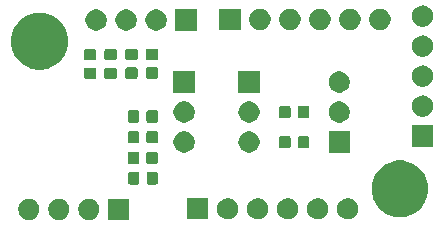
<source format=gbs>
G04 #@! TF.GenerationSoftware,KiCad,Pcbnew,5.1.5+dfsg1-2build2*
G04 #@! TF.CreationDate,2023-02-26T20:32:14+01:00*
G04 #@! TF.ProjectId,EcoApi_BeeHiveSensor,45636f41-7069-45f4-9265-654869766553,rev?*
G04 #@! TF.SameCoordinates,Original*
G04 #@! TF.FileFunction,Soldermask,Bot*
G04 #@! TF.FilePolarity,Negative*
%FSLAX46Y46*%
G04 Gerber Fmt 4.6, Leading zero omitted, Abs format (unit mm)*
G04 Created by KiCad (PCBNEW 5.1.5+dfsg1-2build2) date 2023-02-26 20:32:14*
%MOMM*%
%LPD*%
G04 APERTURE LIST*
%ADD10C,0.100000*%
G04 APERTURE END LIST*
D10*
G36*
X161711000Y-98951000D02*
G01*
X159909000Y-98951000D01*
X159909000Y-97149000D01*
X161711000Y-97149000D01*
X161711000Y-98951000D01*
G37*
G36*
X158383512Y-97153927D02*
G01*
X158532812Y-97183624D01*
X158696784Y-97251544D01*
X158844354Y-97350147D01*
X158969853Y-97475646D01*
X159068456Y-97623216D01*
X159136376Y-97787188D01*
X159171000Y-97961259D01*
X159171000Y-98138741D01*
X159136376Y-98312812D01*
X159068456Y-98476784D01*
X158969853Y-98624354D01*
X158844354Y-98749853D01*
X158696784Y-98848456D01*
X158532812Y-98916376D01*
X158383512Y-98946073D01*
X158358742Y-98951000D01*
X158181258Y-98951000D01*
X158156488Y-98946073D01*
X158007188Y-98916376D01*
X157843216Y-98848456D01*
X157695646Y-98749853D01*
X157570147Y-98624354D01*
X157471544Y-98476784D01*
X157403624Y-98312812D01*
X157369000Y-98138741D01*
X157369000Y-97961259D01*
X157403624Y-97787188D01*
X157471544Y-97623216D01*
X157570147Y-97475646D01*
X157695646Y-97350147D01*
X157843216Y-97251544D01*
X158007188Y-97183624D01*
X158156488Y-97153927D01*
X158181258Y-97149000D01*
X158358742Y-97149000D01*
X158383512Y-97153927D01*
G37*
G36*
X153303512Y-97153927D02*
G01*
X153452812Y-97183624D01*
X153616784Y-97251544D01*
X153764354Y-97350147D01*
X153889853Y-97475646D01*
X153988456Y-97623216D01*
X154056376Y-97787188D01*
X154091000Y-97961259D01*
X154091000Y-98138741D01*
X154056376Y-98312812D01*
X153988456Y-98476784D01*
X153889853Y-98624354D01*
X153764354Y-98749853D01*
X153616784Y-98848456D01*
X153452812Y-98916376D01*
X153303512Y-98946073D01*
X153278742Y-98951000D01*
X153101258Y-98951000D01*
X153076488Y-98946073D01*
X152927188Y-98916376D01*
X152763216Y-98848456D01*
X152615646Y-98749853D01*
X152490147Y-98624354D01*
X152391544Y-98476784D01*
X152323624Y-98312812D01*
X152289000Y-98138741D01*
X152289000Y-97961259D01*
X152323624Y-97787188D01*
X152391544Y-97623216D01*
X152490147Y-97475646D01*
X152615646Y-97350147D01*
X152763216Y-97251544D01*
X152927188Y-97183624D01*
X153076488Y-97153927D01*
X153101258Y-97149000D01*
X153278742Y-97149000D01*
X153303512Y-97153927D01*
G37*
G36*
X155843512Y-97153927D02*
G01*
X155992812Y-97183624D01*
X156156784Y-97251544D01*
X156304354Y-97350147D01*
X156429853Y-97475646D01*
X156528456Y-97623216D01*
X156596376Y-97787188D01*
X156631000Y-97961259D01*
X156631000Y-98138741D01*
X156596376Y-98312812D01*
X156528456Y-98476784D01*
X156429853Y-98624354D01*
X156304354Y-98749853D01*
X156156784Y-98848456D01*
X155992812Y-98916376D01*
X155843512Y-98946073D01*
X155818742Y-98951000D01*
X155641258Y-98951000D01*
X155616488Y-98946073D01*
X155467188Y-98916376D01*
X155303216Y-98848456D01*
X155155646Y-98749853D01*
X155030147Y-98624354D01*
X154931544Y-98476784D01*
X154863624Y-98312812D01*
X154829000Y-98138741D01*
X154829000Y-97961259D01*
X154863624Y-97787188D01*
X154931544Y-97623216D01*
X155030147Y-97475646D01*
X155155646Y-97350147D01*
X155303216Y-97251544D01*
X155467188Y-97183624D01*
X155616488Y-97153927D01*
X155641258Y-97149000D01*
X155818742Y-97149000D01*
X155843512Y-97153927D01*
G37*
G36*
X175223512Y-97103927D02*
G01*
X175372812Y-97133624D01*
X175536784Y-97201544D01*
X175684354Y-97300147D01*
X175809853Y-97425646D01*
X175908456Y-97573216D01*
X175976376Y-97737188D01*
X176011000Y-97911259D01*
X176011000Y-98088741D01*
X175976376Y-98262812D01*
X175908456Y-98426784D01*
X175809853Y-98574354D01*
X175684354Y-98699853D01*
X175536784Y-98798456D01*
X175372812Y-98866376D01*
X175223512Y-98896073D01*
X175198742Y-98901000D01*
X175021258Y-98901000D01*
X174996488Y-98896073D01*
X174847188Y-98866376D01*
X174683216Y-98798456D01*
X174535646Y-98699853D01*
X174410147Y-98574354D01*
X174311544Y-98426784D01*
X174243624Y-98262812D01*
X174209000Y-98088741D01*
X174209000Y-97911259D01*
X174243624Y-97737188D01*
X174311544Y-97573216D01*
X174410147Y-97425646D01*
X174535646Y-97300147D01*
X174683216Y-97201544D01*
X174847188Y-97133624D01*
X174996488Y-97103927D01*
X175021258Y-97099000D01*
X175198742Y-97099000D01*
X175223512Y-97103927D01*
G37*
G36*
X180303512Y-97103927D02*
G01*
X180452812Y-97133624D01*
X180616784Y-97201544D01*
X180764354Y-97300147D01*
X180889853Y-97425646D01*
X180988456Y-97573216D01*
X181056376Y-97737188D01*
X181091000Y-97911259D01*
X181091000Y-98088741D01*
X181056376Y-98262812D01*
X180988456Y-98426784D01*
X180889853Y-98574354D01*
X180764354Y-98699853D01*
X180616784Y-98798456D01*
X180452812Y-98866376D01*
X180303512Y-98896073D01*
X180278742Y-98901000D01*
X180101258Y-98901000D01*
X180076488Y-98896073D01*
X179927188Y-98866376D01*
X179763216Y-98798456D01*
X179615646Y-98699853D01*
X179490147Y-98574354D01*
X179391544Y-98426784D01*
X179323624Y-98262812D01*
X179289000Y-98088741D01*
X179289000Y-97911259D01*
X179323624Y-97737188D01*
X179391544Y-97573216D01*
X179490147Y-97425646D01*
X179615646Y-97300147D01*
X179763216Y-97201544D01*
X179927188Y-97133624D01*
X180076488Y-97103927D01*
X180101258Y-97099000D01*
X180278742Y-97099000D01*
X180303512Y-97103927D01*
G37*
G36*
X168391000Y-98901000D02*
G01*
X166589000Y-98901000D01*
X166589000Y-97099000D01*
X168391000Y-97099000D01*
X168391000Y-98901000D01*
G37*
G36*
X170143512Y-97103927D02*
G01*
X170292812Y-97133624D01*
X170456784Y-97201544D01*
X170604354Y-97300147D01*
X170729853Y-97425646D01*
X170828456Y-97573216D01*
X170896376Y-97737188D01*
X170931000Y-97911259D01*
X170931000Y-98088741D01*
X170896376Y-98262812D01*
X170828456Y-98426784D01*
X170729853Y-98574354D01*
X170604354Y-98699853D01*
X170456784Y-98798456D01*
X170292812Y-98866376D01*
X170143512Y-98896073D01*
X170118742Y-98901000D01*
X169941258Y-98901000D01*
X169916488Y-98896073D01*
X169767188Y-98866376D01*
X169603216Y-98798456D01*
X169455646Y-98699853D01*
X169330147Y-98574354D01*
X169231544Y-98426784D01*
X169163624Y-98262812D01*
X169129000Y-98088741D01*
X169129000Y-97911259D01*
X169163624Y-97737188D01*
X169231544Y-97573216D01*
X169330147Y-97425646D01*
X169455646Y-97300147D01*
X169603216Y-97201544D01*
X169767188Y-97133624D01*
X169916488Y-97103927D01*
X169941258Y-97099000D01*
X170118742Y-97099000D01*
X170143512Y-97103927D01*
G37*
G36*
X172683512Y-97103927D02*
G01*
X172832812Y-97133624D01*
X172996784Y-97201544D01*
X173144354Y-97300147D01*
X173269853Y-97425646D01*
X173368456Y-97573216D01*
X173436376Y-97737188D01*
X173471000Y-97911259D01*
X173471000Y-98088741D01*
X173436376Y-98262812D01*
X173368456Y-98426784D01*
X173269853Y-98574354D01*
X173144354Y-98699853D01*
X172996784Y-98798456D01*
X172832812Y-98866376D01*
X172683512Y-98896073D01*
X172658742Y-98901000D01*
X172481258Y-98901000D01*
X172456488Y-98896073D01*
X172307188Y-98866376D01*
X172143216Y-98798456D01*
X171995646Y-98699853D01*
X171870147Y-98574354D01*
X171771544Y-98426784D01*
X171703624Y-98262812D01*
X171669000Y-98088741D01*
X171669000Y-97911259D01*
X171703624Y-97737188D01*
X171771544Y-97573216D01*
X171870147Y-97425646D01*
X171995646Y-97300147D01*
X172143216Y-97201544D01*
X172307188Y-97133624D01*
X172456488Y-97103927D01*
X172481258Y-97099000D01*
X172658742Y-97099000D01*
X172683512Y-97103927D01*
G37*
G36*
X177763512Y-97103927D02*
G01*
X177912812Y-97133624D01*
X178076784Y-97201544D01*
X178224354Y-97300147D01*
X178349853Y-97425646D01*
X178448456Y-97573216D01*
X178516376Y-97737188D01*
X178551000Y-97911259D01*
X178551000Y-98088741D01*
X178516376Y-98262812D01*
X178448456Y-98426784D01*
X178349853Y-98574354D01*
X178224354Y-98699853D01*
X178076784Y-98798456D01*
X177912812Y-98866376D01*
X177763512Y-98896073D01*
X177738742Y-98901000D01*
X177561258Y-98901000D01*
X177536488Y-98896073D01*
X177387188Y-98866376D01*
X177223216Y-98798456D01*
X177075646Y-98699853D01*
X176950147Y-98574354D01*
X176851544Y-98426784D01*
X176783624Y-98262812D01*
X176749000Y-98088741D01*
X176749000Y-97911259D01*
X176783624Y-97737188D01*
X176851544Y-97573216D01*
X176950147Y-97425646D01*
X177075646Y-97300147D01*
X177223216Y-97201544D01*
X177387188Y-97133624D01*
X177536488Y-97103927D01*
X177561258Y-97099000D01*
X177738742Y-97099000D01*
X177763512Y-97103927D01*
G37*
G36*
X185078412Y-93955135D02*
G01*
X185310346Y-94001269D01*
X185747300Y-94182262D01*
X186140548Y-94445022D01*
X186474978Y-94779452D01*
X186714719Y-95138250D01*
X186737739Y-95172702D01*
X186918731Y-95609655D01*
X186974961Y-95892339D01*
X187011000Y-96073522D01*
X187011000Y-96546478D01*
X186918731Y-97010346D01*
X186846956Y-97183625D01*
X186746708Y-97425646D01*
X186737738Y-97447300D01*
X186474978Y-97840548D01*
X186140548Y-98174978D01*
X185747300Y-98437738D01*
X185310346Y-98618731D01*
X185078412Y-98664865D01*
X184846479Y-98711000D01*
X184373521Y-98711000D01*
X184141588Y-98664866D01*
X183909654Y-98618731D01*
X183472700Y-98437738D01*
X183079452Y-98174978D01*
X182745022Y-97840548D01*
X182482262Y-97447300D01*
X182473293Y-97425646D01*
X182373044Y-97183625D01*
X182301269Y-97010346D01*
X182209000Y-96546478D01*
X182209000Y-96073522D01*
X182245040Y-95892339D01*
X182301269Y-95609655D01*
X182482261Y-95172702D01*
X182505281Y-95138250D01*
X182745022Y-94779452D01*
X183079452Y-94445022D01*
X183472700Y-94182262D01*
X183909654Y-94001269D01*
X184141588Y-93955135D01*
X184373521Y-93909000D01*
X184846479Y-93909000D01*
X185078412Y-93955135D01*
G37*
G36*
X163989591Y-94898085D02*
G01*
X164023569Y-94908393D01*
X164054890Y-94925134D01*
X164082339Y-94947661D01*
X164104866Y-94975110D01*
X164121607Y-95006431D01*
X164131915Y-95040409D01*
X164136000Y-95081890D01*
X164136000Y-95758110D01*
X164131915Y-95799591D01*
X164121607Y-95833569D01*
X164104866Y-95864890D01*
X164082339Y-95892339D01*
X164054890Y-95914866D01*
X164023569Y-95931607D01*
X163989591Y-95941915D01*
X163948110Y-95946000D01*
X163346890Y-95946000D01*
X163305409Y-95941915D01*
X163271431Y-95931607D01*
X163240110Y-95914866D01*
X163212661Y-95892339D01*
X163190134Y-95864890D01*
X163173393Y-95833569D01*
X163163085Y-95799591D01*
X163159000Y-95758110D01*
X163159000Y-95081890D01*
X163163085Y-95040409D01*
X163173393Y-95006431D01*
X163190134Y-94975110D01*
X163212661Y-94947661D01*
X163240110Y-94925134D01*
X163271431Y-94908393D01*
X163305409Y-94898085D01*
X163346890Y-94894000D01*
X163948110Y-94894000D01*
X163989591Y-94898085D01*
G37*
G36*
X162414591Y-94898085D02*
G01*
X162448569Y-94908393D01*
X162479890Y-94925134D01*
X162507339Y-94947661D01*
X162529866Y-94975110D01*
X162546607Y-95006431D01*
X162556915Y-95040409D01*
X162561000Y-95081890D01*
X162561000Y-95758110D01*
X162556915Y-95799591D01*
X162546607Y-95833569D01*
X162529866Y-95864890D01*
X162507339Y-95892339D01*
X162479890Y-95914866D01*
X162448569Y-95931607D01*
X162414591Y-95941915D01*
X162373110Y-95946000D01*
X161771890Y-95946000D01*
X161730409Y-95941915D01*
X161696431Y-95931607D01*
X161665110Y-95914866D01*
X161637661Y-95892339D01*
X161615134Y-95864890D01*
X161598393Y-95833569D01*
X161588085Y-95799591D01*
X161584000Y-95758110D01*
X161584000Y-95081890D01*
X161588085Y-95040409D01*
X161598393Y-95006431D01*
X161615134Y-94975110D01*
X161637661Y-94947661D01*
X161665110Y-94925134D01*
X161696431Y-94908393D01*
X161730409Y-94898085D01*
X161771890Y-94894000D01*
X162373110Y-94894000D01*
X162414591Y-94898085D01*
G37*
G36*
X163979591Y-93168085D02*
G01*
X164013569Y-93178393D01*
X164044890Y-93195134D01*
X164072339Y-93217661D01*
X164094866Y-93245110D01*
X164111607Y-93276431D01*
X164121915Y-93310409D01*
X164126000Y-93351890D01*
X164126000Y-94028110D01*
X164121915Y-94069591D01*
X164111607Y-94103569D01*
X164094866Y-94134890D01*
X164072339Y-94162339D01*
X164044890Y-94184866D01*
X164013569Y-94201607D01*
X163979591Y-94211915D01*
X163938110Y-94216000D01*
X163336890Y-94216000D01*
X163295409Y-94211915D01*
X163261431Y-94201607D01*
X163230110Y-94184866D01*
X163202661Y-94162339D01*
X163180134Y-94134890D01*
X163163393Y-94103569D01*
X163153085Y-94069591D01*
X163149000Y-94028110D01*
X163149000Y-93351890D01*
X163153085Y-93310409D01*
X163163393Y-93276431D01*
X163180134Y-93245110D01*
X163202661Y-93217661D01*
X163230110Y-93195134D01*
X163261431Y-93178393D01*
X163295409Y-93168085D01*
X163336890Y-93164000D01*
X163938110Y-93164000D01*
X163979591Y-93168085D01*
G37*
G36*
X162404591Y-93168085D02*
G01*
X162438569Y-93178393D01*
X162469890Y-93195134D01*
X162497339Y-93217661D01*
X162519866Y-93245110D01*
X162536607Y-93276431D01*
X162546915Y-93310409D01*
X162551000Y-93351890D01*
X162551000Y-94028110D01*
X162546915Y-94069591D01*
X162536607Y-94103569D01*
X162519866Y-94134890D01*
X162497339Y-94162339D01*
X162469890Y-94184866D01*
X162438569Y-94201607D01*
X162404591Y-94211915D01*
X162363110Y-94216000D01*
X161761890Y-94216000D01*
X161720409Y-94211915D01*
X161686431Y-94201607D01*
X161655110Y-94184866D01*
X161627661Y-94162339D01*
X161605134Y-94134890D01*
X161588393Y-94103569D01*
X161578085Y-94069591D01*
X161574000Y-94028110D01*
X161574000Y-93351890D01*
X161578085Y-93310409D01*
X161588393Y-93276431D01*
X161605134Y-93245110D01*
X161627661Y-93217661D01*
X161655110Y-93195134D01*
X161686431Y-93178393D01*
X161720409Y-93168085D01*
X161761890Y-93164000D01*
X162363110Y-93164000D01*
X162404591Y-93168085D01*
G37*
G36*
X180371000Y-93251000D02*
G01*
X178569000Y-93251000D01*
X178569000Y-91449000D01*
X180371000Y-91449000D01*
X180371000Y-93251000D01*
G37*
G36*
X171953512Y-91453927D02*
G01*
X172102812Y-91483624D01*
X172266784Y-91551544D01*
X172414354Y-91650147D01*
X172539853Y-91775646D01*
X172638456Y-91923216D01*
X172706376Y-92087188D01*
X172731152Y-92211750D01*
X172740631Y-92259401D01*
X172741000Y-92261259D01*
X172741000Y-92438741D01*
X172706376Y-92612812D01*
X172638456Y-92776784D01*
X172539853Y-92924354D01*
X172414354Y-93049853D01*
X172266784Y-93148456D01*
X172102812Y-93216376D01*
X171958353Y-93245110D01*
X171928742Y-93251000D01*
X171751258Y-93251000D01*
X171721647Y-93245110D01*
X171577188Y-93216376D01*
X171413216Y-93148456D01*
X171265646Y-93049853D01*
X171140147Y-92924354D01*
X171041544Y-92776784D01*
X170973624Y-92612812D01*
X170939000Y-92438741D01*
X170939000Y-92261259D01*
X170939370Y-92259401D01*
X170948848Y-92211750D01*
X170973624Y-92087188D01*
X171041544Y-91923216D01*
X171140147Y-91775646D01*
X171265646Y-91650147D01*
X171413216Y-91551544D01*
X171577188Y-91483624D01*
X171726488Y-91453927D01*
X171751258Y-91449000D01*
X171928742Y-91449000D01*
X171953512Y-91453927D01*
G37*
G36*
X166453512Y-91443927D02*
G01*
X166602812Y-91473624D01*
X166766784Y-91541544D01*
X166914354Y-91640147D01*
X167039853Y-91765646D01*
X167138456Y-91913216D01*
X167206376Y-92077188D01*
X167241000Y-92251259D01*
X167241000Y-92428741D01*
X167206376Y-92602812D01*
X167138456Y-92766784D01*
X167039853Y-92914354D01*
X166914354Y-93039853D01*
X166766784Y-93138456D01*
X166602812Y-93206376D01*
X166456196Y-93235539D01*
X166428742Y-93241000D01*
X166251258Y-93241000D01*
X166223804Y-93235539D01*
X166077188Y-93206376D01*
X165913216Y-93138456D01*
X165765646Y-93039853D01*
X165640147Y-92914354D01*
X165541544Y-92766784D01*
X165473624Y-92602812D01*
X165439000Y-92428741D01*
X165439000Y-92251259D01*
X165473624Y-92077188D01*
X165541544Y-91913216D01*
X165640147Y-91765646D01*
X165765646Y-91640147D01*
X165913216Y-91541544D01*
X166077188Y-91473624D01*
X166226488Y-91443927D01*
X166251258Y-91439000D01*
X166428742Y-91439000D01*
X166453512Y-91443927D01*
G37*
G36*
X176779591Y-91838085D02*
G01*
X176813569Y-91848393D01*
X176844890Y-91865134D01*
X176872339Y-91887661D01*
X176894866Y-91915110D01*
X176911607Y-91946431D01*
X176921915Y-91980409D01*
X176926000Y-92021890D01*
X176926000Y-92698110D01*
X176921915Y-92739591D01*
X176911607Y-92773569D01*
X176894866Y-92804890D01*
X176872339Y-92832339D01*
X176844890Y-92854866D01*
X176813569Y-92871607D01*
X176779591Y-92881915D01*
X176738110Y-92886000D01*
X176136890Y-92886000D01*
X176095409Y-92881915D01*
X176061431Y-92871607D01*
X176030110Y-92854866D01*
X176002661Y-92832339D01*
X175980134Y-92804890D01*
X175963393Y-92773569D01*
X175953085Y-92739591D01*
X175949000Y-92698110D01*
X175949000Y-92021890D01*
X175953085Y-91980409D01*
X175963393Y-91946431D01*
X175980134Y-91915110D01*
X176002661Y-91887661D01*
X176030110Y-91865134D01*
X176061431Y-91848393D01*
X176095409Y-91838085D01*
X176136890Y-91834000D01*
X176738110Y-91834000D01*
X176779591Y-91838085D01*
G37*
G36*
X175204591Y-91838085D02*
G01*
X175238569Y-91848393D01*
X175269890Y-91865134D01*
X175297339Y-91887661D01*
X175319866Y-91915110D01*
X175336607Y-91946431D01*
X175346915Y-91980409D01*
X175351000Y-92021890D01*
X175351000Y-92698110D01*
X175346915Y-92739591D01*
X175336607Y-92773569D01*
X175319866Y-92804890D01*
X175297339Y-92832339D01*
X175269890Y-92854866D01*
X175238569Y-92871607D01*
X175204591Y-92881915D01*
X175163110Y-92886000D01*
X174561890Y-92886000D01*
X174520409Y-92881915D01*
X174486431Y-92871607D01*
X174455110Y-92854866D01*
X174427661Y-92832339D01*
X174405134Y-92804890D01*
X174388393Y-92773569D01*
X174378085Y-92739591D01*
X174374000Y-92698110D01*
X174374000Y-92021890D01*
X174378085Y-91980409D01*
X174388393Y-91946431D01*
X174405134Y-91915110D01*
X174427661Y-91887661D01*
X174455110Y-91865134D01*
X174486431Y-91848393D01*
X174520409Y-91838085D01*
X174561890Y-91834000D01*
X175163110Y-91834000D01*
X175204591Y-91838085D01*
G37*
G36*
X187431000Y-92751000D02*
G01*
X185629000Y-92751000D01*
X185629000Y-90949000D01*
X187431000Y-90949000D01*
X187431000Y-92751000D01*
G37*
G36*
X163979591Y-91408085D02*
G01*
X164013569Y-91418393D01*
X164044890Y-91435134D01*
X164072339Y-91457661D01*
X164094866Y-91485110D01*
X164111607Y-91516431D01*
X164121915Y-91550409D01*
X164126000Y-91591890D01*
X164126000Y-92268110D01*
X164121915Y-92309591D01*
X164111607Y-92343569D01*
X164094866Y-92374890D01*
X164072339Y-92402339D01*
X164044890Y-92424866D01*
X164013569Y-92441607D01*
X163979591Y-92451915D01*
X163938110Y-92456000D01*
X163336890Y-92456000D01*
X163295409Y-92451915D01*
X163261431Y-92441607D01*
X163230110Y-92424866D01*
X163202661Y-92402339D01*
X163180134Y-92374890D01*
X163163393Y-92343569D01*
X163153085Y-92309591D01*
X163149000Y-92268110D01*
X163149000Y-91591890D01*
X163153085Y-91550409D01*
X163163393Y-91516431D01*
X163180134Y-91485110D01*
X163202661Y-91457661D01*
X163230110Y-91435134D01*
X163261431Y-91418393D01*
X163295409Y-91408085D01*
X163336890Y-91404000D01*
X163938110Y-91404000D01*
X163979591Y-91408085D01*
G37*
G36*
X162404591Y-91408085D02*
G01*
X162438569Y-91418393D01*
X162469890Y-91435134D01*
X162497339Y-91457661D01*
X162519866Y-91485110D01*
X162536607Y-91516431D01*
X162546915Y-91550409D01*
X162551000Y-91591890D01*
X162551000Y-92268110D01*
X162546915Y-92309591D01*
X162536607Y-92343569D01*
X162519866Y-92374890D01*
X162497339Y-92402339D01*
X162469890Y-92424866D01*
X162438569Y-92441607D01*
X162404591Y-92451915D01*
X162363110Y-92456000D01*
X161761890Y-92456000D01*
X161720409Y-92451915D01*
X161686431Y-92441607D01*
X161655110Y-92424866D01*
X161627661Y-92402339D01*
X161605134Y-92374890D01*
X161588393Y-92343569D01*
X161578085Y-92309591D01*
X161574000Y-92268110D01*
X161574000Y-91591890D01*
X161578085Y-91550409D01*
X161588393Y-91516431D01*
X161605134Y-91485110D01*
X161627661Y-91457661D01*
X161655110Y-91435134D01*
X161686431Y-91418393D01*
X161720409Y-91408085D01*
X161761890Y-91404000D01*
X162363110Y-91404000D01*
X162404591Y-91408085D01*
G37*
G36*
X163979591Y-89668085D02*
G01*
X164013569Y-89678393D01*
X164044890Y-89695134D01*
X164072339Y-89717661D01*
X164094866Y-89745110D01*
X164111607Y-89776431D01*
X164121915Y-89810409D01*
X164126000Y-89851890D01*
X164126000Y-90528110D01*
X164121915Y-90569591D01*
X164111607Y-90603569D01*
X164094866Y-90634890D01*
X164072339Y-90662339D01*
X164044890Y-90684866D01*
X164013569Y-90701607D01*
X163979591Y-90711915D01*
X163938110Y-90716000D01*
X163336890Y-90716000D01*
X163295409Y-90711915D01*
X163261431Y-90701607D01*
X163230110Y-90684866D01*
X163202661Y-90662339D01*
X163180134Y-90634890D01*
X163163393Y-90603569D01*
X163153085Y-90569591D01*
X163149000Y-90528110D01*
X163149000Y-89851890D01*
X163153085Y-89810409D01*
X163163393Y-89776431D01*
X163180134Y-89745110D01*
X163202661Y-89717661D01*
X163230110Y-89695134D01*
X163261431Y-89678393D01*
X163295409Y-89668085D01*
X163336890Y-89664000D01*
X163938110Y-89664000D01*
X163979591Y-89668085D01*
G37*
G36*
X162404591Y-89668085D02*
G01*
X162438569Y-89678393D01*
X162469890Y-89695134D01*
X162497339Y-89717661D01*
X162519866Y-89745110D01*
X162536607Y-89776431D01*
X162546915Y-89810409D01*
X162551000Y-89851890D01*
X162551000Y-90528110D01*
X162546915Y-90569591D01*
X162536607Y-90603569D01*
X162519866Y-90634890D01*
X162497339Y-90662339D01*
X162469890Y-90684866D01*
X162438569Y-90701607D01*
X162404591Y-90711915D01*
X162363110Y-90716000D01*
X161761890Y-90716000D01*
X161720409Y-90711915D01*
X161686431Y-90701607D01*
X161655110Y-90684866D01*
X161627661Y-90662339D01*
X161605134Y-90634890D01*
X161588393Y-90603569D01*
X161578085Y-90569591D01*
X161574000Y-90528110D01*
X161574000Y-89851890D01*
X161578085Y-89810409D01*
X161588393Y-89776431D01*
X161605134Y-89745110D01*
X161627661Y-89717661D01*
X161655110Y-89695134D01*
X161686431Y-89678393D01*
X161720409Y-89668085D01*
X161761890Y-89664000D01*
X162363110Y-89664000D01*
X162404591Y-89668085D01*
G37*
G36*
X179583512Y-88913927D02*
G01*
X179732812Y-88943624D01*
X179896784Y-89011544D01*
X180044354Y-89110147D01*
X180169853Y-89235646D01*
X180268456Y-89383216D01*
X180336376Y-89547188D01*
X180363309Y-89682592D01*
X180370285Y-89717661D01*
X180371000Y-89721259D01*
X180371000Y-89898741D01*
X180336376Y-90072812D01*
X180268456Y-90236784D01*
X180169853Y-90384354D01*
X180044354Y-90509853D01*
X179896784Y-90608456D01*
X179732812Y-90676376D01*
X179583512Y-90706073D01*
X179558742Y-90711000D01*
X179381258Y-90711000D01*
X179356488Y-90706073D01*
X179207188Y-90676376D01*
X179043216Y-90608456D01*
X178895646Y-90509853D01*
X178770147Y-90384354D01*
X178671544Y-90236784D01*
X178603624Y-90072812D01*
X178569000Y-89898741D01*
X178569000Y-89721259D01*
X178569716Y-89717661D01*
X178576691Y-89682592D01*
X178603624Y-89547188D01*
X178671544Y-89383216D01*
X178770147Y-89235646D01*
X178895646Y-89110147D01*
X179043216Y-89011544D01*
X179207188Y-88943624D01*
X179356488Y-88913927D01*
X179381258Y-88909000D01*
X179558742Y-88909000D01*
X179583512Y-88913927D01*
G37*
G36*
X171953512Y-88913927D02*
G01*
X172102812Y-88943624D01*
X172266784Y-89011544D01*
X172414354Y-89110147D01*
X172539853Y-89235646D01*
X172638456Y-89383216D01*
X172706376Y-89547188D01*
X172733309Y-89682592D01*
X172740285Y-89717661D01*
X172741000Y-89721259D01*
X172741000Y-89898741D01*
X172706376Y-90072812D01*
X172638456Y-90236784D01*
X172539853Y-90384354D01*
X172414354Y-90509853D01*
X172266784Y-90608456D01*
X172102812Y-90676376D01*
X171953512Y-90706073D01*
X171928742Y-90711000D01*
X171751258Y-90711000D01*
X171726488Y-90706073D01*
X171577188Y-90676376D01*
X171413216Y-90608456D01*
X171265646Y-90509853D01*
X171140147Y-90384354D01*
X171041544Y-90236784D01*
X170973624Y-90072812D01*
X170939000Y-89898741D01*
X170939000Y-89721259D01*
X170939716Y-89717661D01*
X170946691Y-89682592D01*
X170973624Y-89547188D01*
X171041544Y-89383216D01*
X171140147Y-89235646D01*
X171265646Y-89110147D01*
X171413216Y-89011544D01*
X171577188Y-88943624D01*
X171726488Y-88913927D01*
X171751258Y-88909000D01*
X171928742Y-88909000D01*
X171953512Y-88913927D01*
G37*
G36*
X166453512Y-88903927D02*
G01*
X166602812Y-88933624D01*
X166766784Y-89001544D01*
X166914354Y-89100147D01*
X167039853Y-89225646D01*
X167138456Y-89373216D01*
X167206376Y-89537188D01*
X167241000Y-89711259D01*
X167241000Y-89888741D01*
X167206376Y-90062812D01*
X167138456Y-90226784D01*
X167039853Y-90374354D01*
X166914354Y-90499853D01*
X166766784Y-90598456D01*
X166602812Y-90666376D01*
X166453512Y-90696073D01*
X166428742Y-90701000D01*
X166251258Y-90701000D01*
X166226488Y-90696073D01*
X166077188Y-90666376D01*
X165913216Y-90598456D01*
X165765646Y-90499853D01*
X165640147Y-90374354D01*
X165541544Y-90226784D01*
X165473624Y-90062812D01*
X165439000Y-89888741D01*
X165439000Y-89711259D01*
X165473624Y-89537188D01*
X165541544Y-89373216D01*
X165640147Y-89225646D01*
X165765646Y-89100147D01*
X165913216Y-89001544D01*
X166077188Y-88933624D01*
X166226488Y-88903927D01*
X166251258Y-88899000D01*
X166428742Y-88899000D01*
X166453512Y-88903927D01*
G37*
G36*
X176779591Y-89288085D02*
G01*
X176813569Y-89298393D01*
X176844890Y-89315134D01*
X176872339Y-89337661D01*
X176894866Y-89365110D01*
X176911607Y-89396431D01*
X176921915Y-89430409D01*
X176926000Y-89471890D01*
X176926000Y-90148110D01*
X176921915Y-90189591D01*
X176911607Y-90223569D01*
X176894866Y-90254890D01*
X176872339Y-90282339D01*
X176844890Y-90304866D01*
X176813569Y-90321607D01*
X176779591Y-90331915D01*
X176738110Y-90336000D01*
X176136890Y-90336000D01*
X176095409Y-90331915D01*
X176061431Y-90321607D01*
X176030110Y-90304866D01*
X176002661Y-90282339D01*
X175980134Y-90254890D01*
X175963393Y-90223569D01*
X175953085Y-90189591D01*
X175949000Y-90148110D01*
X175949000Y-89471890D01*
X175953085Y-89430409D01*
X175963393Y-89396431D01*
X175980134Y-89365110D01*
X176002661Y-89337661D01*
X176030110Y-89315134D01*
X176061431Y-89298393D01*
X176095409Y-89288085D01*
X176136890Y-89284000D01*
X176738110Y-89284000D01*
X176779591Y-89288085D01*
G37*
G36*
X175204591Y-89288085D02*
G01*
X175238569Y-89298393D01*
X175269890Y-89315134D01*
X175297339Y-89337661D01*
X175319866Y-89365110D01*
X175336607Y-89396431D01*
X175346915Y-89430409D01*
X175351000Y-89471890D01*
X175351000Y-90148110D01*
X175346915Y-90189591D01*
X175336607Y-90223569D01*
X175319866Y-90254890D01*
X175297339Y-90282339D01*
X175269890Y-90304866D01*
X175238569Y-90321607D01*
X175204591Y-90331915D01*
X175163110Y-90336000D01*
X174561890Y-90336000D01*
X174520409Y-90331915D01*
X174486431Y-90321607D01*
X174455110Y-90304866D01*
X174427661Y-90282339D01*
X174405134Y-90254890D01*
X174388393Y-90223569D01*
X174378085Y-90189591D01*
X174374000Y-90148110D01*
X174374000Y-89471890D01*
X174378085Y-89430409D01*
X174388393Y-89396431D01*
X174405134Y-89365110D01*
X174427661Y-89337661D01*
X174455110Y-89315134D01*
X174486431Y-89298393D01*
X174520409Y-89288085D01*
X174561890Y-89284000D01*
X175163110Y-89284000D01*
X175204591Y-89288085D01*
G37*
G36*
X186643512Y-88413927D02*
G01*
X186792812Y-88443624D01*
X186956784Y-88511544D01*
X187104354Y-88610147D01*
X187229853Y-88735646D01*
X187328456Y-88883216D01*
X187396376Y-89047188D01*
X187431000Y-89221259D01*
X187431000Y-89398741D01*
X187396376Y-89572812D01*
X187328456Y-89736784D01*
X187229853Y-89884354D01*
X187104354Y-90009853D01*
X186956784Y-90108456D01*
X186792812Y-90176376D01*
X186643512Y-90206073D01*
X186618742Y-90211000D01*
X186441258Y-90211000D01*
X186416488Y-90206073D01*
X186267188Y-90176376D01*
X186103216Y-90108456D01*
X185955646Y-90009853D01*
X185830147Y-89884354D01*
X185731544Y-89736784D01*
X185663624Y-89572812D01*
X185629000Y-89398741D01*
X185629000Y-89221259D01*
X185663624Y-89047188D01*
X185731544Y-88883216D01*
X185830147Y-88735646D01*
X185955646Y-88610147D01*
X186103216Y-88511544D01*
X186267188Y-88443624D01*
X186416488Y-88413927D01*
X186441258Y-88409000D01*
X186618742Y-88409000D01*
X186643512Y-88413927D01*
G37*
G36*
X179583512Y-86373927D02*
G01*
X179732812Y-86403624D01*
X179896784Y-86471544D01*
X180044354Y-86570147D01*
X180169853Y-86695646D01*
X180268456Y-86843216D01*
X180336376Y-87007188D01*
X180371000Y-87181259D01*
X180371000Y-87358741D01*
X180336376Y-87532812D01*
X180268456Y-87696784D01*
X180169853Y-87844354D01*
X180044354Y-87969853D01*
X179896784Y-88068456D01*
X179732812Y-88136376D01*
X179583512Y-88166073D01*
X179558742Y-88171000D01*
X179381258Y-88171000D01*
X179356488Y-88166073D01*
X179207188Y-88136376D01*
X179043216Y-88068456D01*
X178895646Y-87969853D01*
X178770147Y-87844354D01*
X178671544Y-87696784D01*
X178603624Y-87532812D01*
X178569000Y-87358741D01*
X178569000Y-87181259D01*
X178603624Y-87007188D01*
X178671544Y-86843216D01*
X178770147Y-86695646D01*
X178895646Y-86570147D01*
X179043216Y-86471544D01*
X179207188Y-86403624D01*
X179356488Y-86373927D01*
X179381258Y-86369000D01*
X179558742Y-86369000D01*
X179583512Y-86373927D01*
G37*
G36*
X172741000Y-88171000D02*
G01*
X170939000Y-88171000D01*
X170939000Y-86369000D01*
X172741000Y-86369000D01*
X172741000Y-88171000D01*
G37*
G36*
X167241000Y-88161000D02*
G01*
X165439000Y-88161000D01*
X165439000Y-86359000D01*
X167241000Y-86359000D01*
X167241000Y-88161000D01*
G37*
G36*
X186643512Y-85873927D02*
G01*
X186792812Y-85903624D01*
X186956784Y-85971544D01*
X187104354Y-86070147D01*
X187229853Y-86195646D01*
X187328456Y-86343216D01*
X187396376Y-86507188D01*
X187431000Y-86681259D01*
X187431000Y-86858741D01*
X187396376Y-87032812D01*
X187328456Y-87196784D01*
X187229853Y-87344354D01*
X187104354Y-87469853D01*
X186956784Y-87568456D01*
X186792812Y-87636376D01*
X186643512Y-87666073D01*
X186618742Y-87671000D01*
X186441258Y-87671000D01*
X186416488Y-87666073D01*
X186267188Y-87636376D01*
X186103216Y-87568456D01*
X185955646Y-87469853D01*
X185830147Y-87344354D01*
X185731544Y-87196784D01*
X185663624Y-87032812D01*
X185629000Y-86858741D01*
X185629000Y-86681259D01*
X185663624Y-86507188D01*
X185731544Y-86343216D01*
X185830147Y-86195646D01*
X185955646Y-86070147D01*
X186103216Y-85971544D01*
X186267188Y-85903624D01*
X186416488Y-85873927D01*
X186441258Y-85869000D01*
X186618742Y-85869000D01*
X186643512Y-85873927D01*
G37*
G36*
X158759591Y-86043085D02*
G01*
X158793569Y-86053393D01*
X158824890Y-86070134D01*
X158852339Y-86092661D01*
X158874866Y-86120110D01*
X158891607Y-86151431D01*
X158901915Y-86185409D01*
X158906000Y-86226890D01*
X158906000Y-86828110D01*
X158901915Y-86869591D01*
X158891607Y-86903569D01*
X158874866Y-86934890D01*
X158852339Y-86962339D01*
X158824890Y-86984866D01*
X158793569Y-87001607D01*
X158759591Y-87011915D01*
X158718110Y-87016000D01*
X158041890Y-87016000D01*
X158000409Y-87011915D01*
X157966431Y-87001607D01*
X157935110Y-86984866D01*
X157907661Y-86962339D01*
X157885134Y-86934890D01*
X157868393Y-86903569D01*
X157858085Y-86869591D01*
X157854000Y-86828110D01*
X157854000Y-86226890D01*
X157858085Y-86185409D01*
X157868393Y-86151431D01*
X157885134Y-86120110D01*
X157907661Y-86092661D01*
X157935110Y-86070134D01*
X157966431Y-86053393D01*
X158000409Y-86043085D01*
X158041890Y-86039000D01*
X158718110Y-86039000D01*
X158759591Y-86043085D01*
G37*
G36*
X160499591Y-86043085D02*
G01*
X160533569Y-86053393D01*
X160564890Y-86070134D01*
X160592339Y-86092661D01*
X160614866Y-86120110D01*
X160631607Y-86151431D01*
X160641915Y-86185409D01*
X160646000Y-86226890D01*
X160646000Y-86828110D01*
X160641915Y-86869591D01*
X160631607Y-86903569D01*
X160614866Y-86934890D01*
X160592339Y-86962339D01*
X160564890Y-86984866D01*
X160533569Y-87001607D01*
X160499591Y-87011915D01*
X160458110Y-87016000D01*
X159781890Y-87016000D01*
X159740409Y-87011915D01*
X159706431Y-87001607D01*
X159675110Y-86984866D01*
X159647661Y-86962339D01*
X159625134Y-86934890D01*
X159608393Y-86903569D01*
X159598085Y-86869591D01*
X159594000Y-86828110D01*
X159594000Y-86226890D01*
X159598085Y-86185409D01*
X159608393Y-86151431D01*
X159625134Y-86120110D01*
X159647661Y-86092661D01*
X159675110Y-86070134D01*
X159706431Y-86053393D01*
X159740409Y-86043085D01*
X159781890Y-86039000D01*
X160458110Y-86039000D01*
X160499591Y-86043085D01*
G37*
G36*
X163999591Y-86023085D02*
G01*
X164033569Y-86033393D01*
X164064890Y-86050134D01*
X164092339Y-86072661D01*
X164114866Y-86100110D01*
X164131607Y-86131431D01*
X164141915Y-86165409D01*
X164146000Y-86206890D01*
X164146000Y-86808110D01*
X164141915Y-86849591D01*
X164131607Y-86883569D01*
X164114866Y-86914890D01*
X164092339Y-86942339D01*
X164064890Y-86964866D01*
X164033569Y-86981607D01*
X163999591Y-86991915D01*
X163958110Y-86996000D01*
X163281890Y-86996000D01*
X163240409Y-86991915D01*
X163206431Y-86981607D01*
X163175110Y-86964866D01*
X163147661Y-86942339D01*
X163125134Y-86914890D01*
X163108393Y-86883569D01*
X163098085Y-86849591D01*
X163094000Y-86808110D01*
X163094000Y-86206890D01*
X163098085Y-86165409D01*
X163108393Y-86131431D01*
X163125134Y-86100110D01*
X163147661Y-86072661D01*
X163175110Y-86050134D01*
X163206431Y-86033393D01*
X163240409Y-86023085D01*
X163281890Y-86019000D01*
X163958110Y-86019000D01*
X163999591Y-86023085D01*
G37*
G36*
X162259591Y-86023085D02*
G01*
X162293569Y-86033393D01*
X162324890Y-86050134D01*
X162352339Y-86072661D01*
X162374866Y-86100110D01*
X162391607Y-86131431D01*
X162401915Y-86165409D01*
X162406000Y-86206890D01*
X162406000Y-86808110D01*
X162401915Y-86849591D01*
X162391607Y-86883569D01*
X162374866Y-86914890D01*
X162352339Y-86942339D01*
X162324890Y-86964866D01*
X162293569Y-86981607D01*
X162259591Y-86991915D01*
X162218110Y-86996000D01*
X161541890Y-86996000D01*
X161500409Y-86991915D01*
X161466431Y-86981607D01*
X161435110Y-86964866D01*
X161407661Y-86942339D01*
X161385134Y-86914890D01*
X161368393Y-86883569D01*
X161358085Y-86849591D01*
X161354000Y-86808110D01*
X161354000Y-86206890D01*
X161358085Y-86165409D01*
X161368393Y-86131431D01*
X161385134Y-86100110D01*
X161407661Y-86072661D01*
X161435110Y-86050134D01*
X161466431Y-86033393D01*
X161500409Y-86023085D01*
X161541890Y-86019000D01*
X162218110Y-86019000D01*
X162259591Y-86023085D01*
G37*
G36*
X154470437Y-81445646D02*
G01*
X154800346Y-81511269D01*
X155237300Y-81692262D01*
X155630548Y-81955022D01*
X155964978Y-82289452D01*
X156227738Y-82682700D01*
X156408731Y-83119654D01*
X156501000Y-83583522D01*
X156501000Y-84056478D01*
X156408731Y-84520346D01*
X156330898Y-84708250D01*
X156239108Y-84929852D01*
X156227738Y-84957300D01*
X155964978Y-85350548D01*
X155630548Y-85684978D01*
X155237300Y-85947738D01*
X155237299Y-85947739D01*
X155237298Y-85947739D01*
X155109320Y-86000749D01*
X154800346Y-86128731D01*
X154568412Y-86174866D01*
X154336479Y-86221000D01*
X153863521Y-86221000D01*
X153631588Y-86174866D01*
X153399654Y-86128731D01*
X153090680Y-86000749D01*
X152962702Y-85947739D01*
X152962701Y-85947739D01*
X152962700Y-85947738D01*
X152569452Y-85684978D01*
X152235022Y-85350548D01*
X151972262Y-84957300D01*
X151960893Y-84929852D01*
X151869102Y-84708250D01*
X151791269Y-84520346D01*
X151699000Y-84056478D01*
X151699000Y-83583522D01*
X151791269Y-83119654D01*
X151972262Y-82682700D01*
X152235022Y-82289452D01*
X152569452Y-81955022D01*
X152962700Y-81692262D01*
X153399654Y-81511269D01*
X153729563Y-81445646D01*
X153863521Y-81419000D01*
X154336479Y-81419000D01*
X154470437Y-81445646D01*
G37*
G36*
X158759591Y-84468085D02*
G01*
X158793569Y-84478393D01*
X158824890Y-84495134D01*
X158852339Y-84517661D01*
X158874866Y-84545110D01*
X158891607Y-84576431D01*
X158901915Y-84610409D01*
X158906000Y-84651890D01*
X158906000Y-85253110D01*
X158901915Y-85294591D01*
X158891607Y-85328569D01*
X158874866Y-85359890D01*
X158852339Y-85387339D01*
X158824890Y-85409866D01*
X158793569Y-85426607D01*
X158759591Y-85436915D01*
X158718110Y-85441000D01*
X158041890Y-85441000D01*
X158000409Y-85436915D01*
X157966431Y-85426607D01*
X157935110Y-85409866D01*
X157907661Y-85387339D01*
X157885134Y-85359890D01*
X157868393Y-85328569D01*
X157858085Y-85294591D01*
X157854000Y-85253110D01*
X157854000Y-84651890D01*
X157858085Y-84610409D01*
X157868393Y-84576431D01*
X157885134Y-84545110D01*
X157907661Y-84517661D01*
X157935110Y-84495134D01*
X157966431Y-84478393D01*
X158000409Y-84468085D01*
X158041890Y-84464000D01*
X158718110Y-84464000D01*
X158759591Y-84468085D01*
G37*
G36*
X160499591Y-84468085D02*
G01*
X160533569Y-84478393D01*
X160564890Y-84495134D01*
X160592339Y-84517661D01*
X160614866Y-84545110D01*
X160631607Y-84576431D01*
X160641915Y-84610409D01*
X160646000Y-84651890D01*
X160646000Y-85253110D01*
X160641915Y-85294591D01*
X160631607Y-85328569D01*
X160614866Y-85359890D01*
X160592339Y-85387339D01*
X160564890Y-85409866D01*
X160533569Y-85426607D01*
X160499591Y-85436915D01*
X160458110Y-85441000D01*
X159781890Y-85441000D01*
X159740409Y-85436915D01*
X159706431Y-85426607D01*
X159675110Y-85409866D01*
X159647661Y-85387339D01*
X159625134Y-85359890D01*
X159608393Y-85328569D01*
X159598085Y-85294591D01*
X159594000Y-85253110D01*
X159594000Y-84651890D01*
X159598085Y-84610409D01*
X159608393Y-84576431D01*
X159625134Y-84545110D01*
X159647661Y-84517661D01*
X159675110Y-84495134D01*
X159706431Y-84478393D01*
X159740409Y-84468085D01*
X159781890Y-84464000D01*
X160458110Y-84464000D01*
X160499591Y-84468085D01*
G37*
G36*
X163999591Y-84448085D02*
G01*
X164033569Y-84458393D01*
X164064890Y-84475134D01*
X164092339Y-84497661D01*
X164114866Y-84525110D01*
X164131607Y-84556431D01*
X164141915Y-84590409D01*
X164146000Y-84631890D01*
X164146000Y-85233110D01*
X164141915Y-85274591D01*
X164131607Y-85308569D01*
X164114866Y-85339890D01*
X164092339Y-85367339D01*
X164064890Y-85389866D01*
X164033569Y-85406607D01*
X163999591Y-85416915D01*
X163958110Y-85421000D01*
X163281890Y-85421000D01*
X163240409Y-85416915D01*
X163206431Y-85406607D01*
X163175110Y-85389866D01*
X163147661Y-85367339D01*
X163125134Y-85339890D01*
X163108393Y-85308569D01*
X163098085Y-85274591D01*
X163094000Y-85233110D01*
X163094000Y-84631890D01*
X163098085Y-84590409D01*
X163108393Y-84556431D01*
X163125134Y-84525110D01*
X163147661Y-84497661D01*
X163175110Y-84475134D01*
X163206431Y-84458393D01*
X163240409Y-84448085D01*
X163281890Y-84444000D01*
X163958110Y-84444000D01*
X163999591Y-84448085D01*
G37*
G36*
X162259591Y-84448085D02*
G01*
X162293569Y-84458393D01*
X162324890Y-84475134D01*
X162352339Y-84497661D01*
X162374866Y-84525110D01*
X162391607Y-84556431D01*
X162401915Y-84590409D01*
X162406000Y-84631890D01*
X162406000Y-85233110D01*
X162401915Y-85274591D01*
X162391607Y-85308569D01*
X162374866Y-85339890D01*
X162352339Y-85367339D01*
X162324890Y-85389866D01*
X162293569Y-85406607D01*
X162259591Y-85416915D01*
X162218110Y-85421000D01*
X161541890Y-85421000D01*
X161500409Y-85416915D01*
X161466431Y-85406607D01*
X161435110Y-85389866D01*
X161407661Y-85367339D01*
X161385134Y-85339890D01*
X161368393Y-85308569D01*
X161358085Y-85274591D01*
X161354000Y-85233110D01*
X161354000Y-84631890D01*
X161358085Y-84590409D01*
X161368393Y-84556431D01*
X161385134Y-84525110D01*
X161407661Y-84497661D01*
X161435110Y-84475134D01*
X161466431Y-84458393D01*
X161500409Y-84448085D01*
X161541890Y-84444000D01*
X162218110Y-84444000D01*
X162259591Y-84448085D01*
G37*
G36*
X186643512Y-83333927D02*
G01*
X186792812Y-83363624D01*
X186956784Y-83431544D01*
X187104354Y-83530147D01*
X187229853Y-83655646D01*
X187328456Y-83803216D01*
X187396376Y-83967188D01*
X187431000Y-84141259D01*
X187431000Y-84318741D01*
X187396376Y-84492812D01*
X187328456Y-84656784D01*
X187229853Y-84804354D01*
X187104354Y-84929853D01*
X186956784Y-85028456D01*
X186792812Y-85096376D01*
X186643512Y-85126073D01*
X186618742Y-85131000D01*
X186441258Y-85131000D01*
X186416488Y-85126073D01*
X186267188Y-85096376D01*
X186103216Y-85028456D01*
X185955646Y-84929853D01*
X185830147Y-84804354D01*
X185731544Y-84656784D01*
X185663624Y-84492812D01*
X185629000Y-84318741D01*
X185629000Y-84141259D01*
X185663624Y-83967188D01*
X185731544Y-83803216D01*
X185830147Y-83655646D01*
X185955646Y-83530147D01*
X186103216Y-83431544D01*
X186267188Y-83363624D01*
X186416488Y-83333927D01*
X186441258Y-83329000D01*
X186618742Y-83329000D01*
X186643512Y-83333927D01*
G37*
G36*
X159003512Y-81123927D02*
G01*
X159152812Y-81153624D01*
X159316784Y-81221544D01*
X159464354Y-81320147D01*
X159589853Y-81445646D01*
X159688456Y-81593216D01*
X159756376Y-81757188D01*
X159791000Y-81931259D01*
X159791000Y-82108741D01*
X159756376Y-82282812D01*
X159688456Y-82446784D01*
X159589853Y-82594354D01*
X159464354Y-82719853D01*
X159316784Y-82818456D01*
X159152812Y-82886376D01*
X159003512Y-82916073D01*
X158978742Y-82921000D01*
X158801258Y-82921000D01*
X158776488Y-82916073D01*
X158627188Y-82886376D01*
X158463216Y-82818456D01*
X158315646Y-82719853D01*
X158190147Y-82594354D01*
X158091544Y-82446784D01*
X158023624Y-82282812D01*
X157989000Y-82108741D01*
X157989000Y-81931259D01*
X158023624Y-81757188D01*
X158091544Y-81593216D01*
X158190147Y-81445646D01*
X158315646Y-81320147D01*
X158463216Y-81221544D01*
X158627188Y-81153624D01*
X158776488Y-81123927D01*
X158801258Y-81119000D01*
X158978742Y-81119000D01*
X159003512Y-81123927D01*
G37*
G36*
X161543512Y-81123927D02*
G01*
X161692812Y-81153624D01*
X161856784Y-81221544D01*
X162004354Y-81320147D01*
X162129853Y-81445646D01*
X162228456Y-81593216D01*
X162296376Y-81757188D01*
X162331000Y-81931259D01*
X162331000Y-82108741D01*
X162296376Y-82282812D01*
X162228456Y-82446784D01*
X162129853Y-82594354D01*
X162004354Y-82719853D01*
X161856784Y-82818456D01*
X161692812Y-82886376D01*
X161543512Y-82916073D01*
X161518742Y-82921000D01*
X161341258Y-82921000D01*
X161316488Y-82916073D01*
X161167188Y-82886376D01*
X161003216Y-82818456D01*
X160855646Y-82719853D01*
X160730147Y-82594354D01*
X160631544Y-82446784D01*
X160563624Y-82282812D01*
X160529000Y-82108741D01*
X160529000Y-81931259D01*
X160563624Y-81757188D01*
X160631544Y-81593216D01*
X160730147Y-81445646D01*
X160855646Y-81320147D01*
X161003216Y-81221544D01*
X161167188Y-81153624D01*
X161316488Y-81123927D01*
X161341258Y-81119000D01*
X161518742Y-81119000D01*
X161543512Y-81123927D01*
G37*
G36*
X164083512Y-81123927D02*
G01*
X164232812Y-81153624D01*
X164396784Y-81221544D01*
X164544354Y-81320147D01*
X164669853Y-81445646D01*
X164768456Y-81593216D01*
X164836376Y-81757188D01*
X164871000Y-81931259D01*
X164871000Y-82108741D01*
X164836376Y-82282812D01*
X164768456Y-82446784D01*
X164669853Y-82594354D01*
X164544354Y-82719853D01*
X164396784Y-82818456D01*
X164232812Y-82886376D01*
X164083512Y-82916073D01*
X164058742Y-82921000D01*
X163881258Y-82921000D01*
X163856488Y-82916073D01*
X163707188Y-82886376D01*
X163543216Y-82818456D01*
X163395646Y-82719853D01*
X163270147Y-82594354D01*
X163171544Y-82446784D01*
X163103624Y-82282812D01*
X163069000Y-82108741D01*
X163069000Y-81931259D01*
X163103624Y-81757188D01*
X163171544Y-81593216D01*
X163270147Y-81445646D01*
X163395646Y-81320147D01*
X163543216Y-81221544D01*
X163707188Y-81153624D01*
X163856488Y-81123927D01*
X163881258Y-81119000D01*
X164058742Y-81119000D01*
X164083512Y-81123927D01*
G37*
G36*
X167411000Y-82921000D02*
G01*
X165609000Y-82921000D01*
X165609000Y-81119000D01*
X167411000Y-81119000D01*
X167411000Y-82921000D01*
G37*
G36*
X175413512Y-81073927D02*
G01*
X175562812Y-81103624D01*
X175726784Y-81171544D01*
X175874354Y-81270147D01*
X175999853Y-81395646D01*
X176098456Y-81543216D01*
X176166376Y-81707188D01*
X176201000Y-81881259D01*
X176201000Y-82058741D01*
X176166376Y-82232812D01*
X176098456Y-82396784D01*
X175999853Y-82544354D01*
X175874354Y-82669853D01*
X175726784Y-82768456D01*
X175562812Y-82836376D01*
X175413512Y-82866073D01*
X175388742Y-82871000D01*
X175211258Y-82871000D01*
X175186488Y-82866073D01*
X175037188Y-82836376D01*
X174873216Y-82768456D01*
X174725646Y-82669853D01*
X174600147Y-82544354D01*
X174501544Y-82396784D01*
X174433624Y-82232812D01*
X174399000Y-82058741D01*
X174399000Y-81881259D01*
X174433624Y-81707188D01*
X174501544Y-81543216D01*
X174600147Y-81395646D01*
X174725646Y-81270147D01*
X174873216Y-81171544D01*
X175037188Y-81103624D01*
X175186488Y-81073927D01*
X175211258Y-81069000D01*
X175388742Y-81069000D01*
X175413512Y-81073927D01*
G37*
G36*
X180493512Y-81073927D02*
G01*
X180642812Y-81103624D01*
X180806784Y-81171544D01*
X180954354Y-81270147D01*
X181079853Y-81395646D01*
X181178456Y-81543216D01*
X181246376Y-81707188D01*
X181281000Y-81881259D01*
X181281000Y-82058741D01*
X181246376Y-82232812D01*
X181178456Y-82396784D01*
X181079853Y-82544354D01*
X180954354Y-82669853D01*
X180806784Y-82768456D01*
X180642812Y-82836376D01*
X180493512Y-82866073D01*
X180468742Y-82871000D01*
X180291258Y-82871000D01*
X180266488Y-82866073D01*
X180117188Y-82836376D01*
X179953216Y-82768456D01*
X179805646Y-82669853D01*
X179680147Y-82544354D01*
X179581544Y-82396784D01*
X179513624Y-82232812D01*
X179479000Y-82058741D01*
X179479000Y-81881259D01*
X179513624Y-81707188D01*
X179581544Y-81543216D01*
X179680147Y-81395646D01*
X179805646Y-81270147D01*
X179953216Y-81171544D01*
X180117188Y-81103624D01*
X180266488Y-81073927D01*
X180291258Y-81069000D01*
X180468742Y-81069000D01*
X180493512Y-81073927D01*
G37*
G36*
X171121000Y-82871000D02*
G01*
X169319000Y-82871000D01*
X169319000Y-81069000D01*
X171121000Y-81069000D01*
X171121000Y-82871000D01*
G37*
G36*
X172873512Y-81073927D02*
G01*
X173022812Y-81103624D01*
X173186784Y-81171544D01*
X173334354Y-81270147D01*
X173459853Y-81395646D01*
X173558456Y-81543216D01*
X173626376Y-81707188D01*
X173661000Y-81881259D01*
X173661000Y-82058741D01*
X173626376Y-82232812D01*
X173558456Y-82396784D01*
X173459853Y-82544354D01*
X173334354Y-82669853D01*
X173186784Y-82768456D01*
X173022812Y-82836376D01*
X172873512Y-82866073D01*
X172848742Y-82871000D01*
X172671258Y-82871000D01*
X172646488Y-82866073D01*
X172497188Y-82836376D01*
X172333216Y-82768456D01*
X172185646Y-82669853D01*
X172060147Y-82544354D01*
X171961544Y-82396784D01*
X171893624Y-82232812D01*
X171859000Y-82058741D01*
X171859000Y-81881259D01*
X171893624Y-81707188D01*
X171961544Y-81543216D01*
X172060147Y-81395646D01*
X172185646Y-81270147D01*
X172333216Y-81171544D01*
X172497188Y-81103624D01*
X172646488Y-81073927D01*
X172671258Y-81069000D01*
X172848742Y-81069000D01*
X172873512Y-81073927D01*
G37*
G36*
X177953512Y-81073927D02*
G01*
X178102812Y-81103624D01*
X178266784Y-81171544D01*
X178414354Y-81270147D01*
X178539853Y-81395646D01*
X178638456Y-81543216D01*
X178706376Y-81707188D01*
X178741000Y-81881259D01*
X178741000Y-82058741D01*
X178706376Y-82232812D01*
X178638456Y-82396784D01*
X178539853Y-82544354D01*
X178414354Y-82669853D01*
X178266784Y-82768456D01*
X178102812Y-82836376D01*
X177953512Y-82866073D01*
X177928742Y-82871000D01*
X177751258Y-82871000D01*
X177726488Y-82866073D01*
X177577188Y-82836376D01*
X177413216Y-82768456D01*
X177265646Y-82669853D01*
X177140147Y-82544354D01*
X177041544Y-82396784D01*
X176973624Y-82232812D01*
X176939000Y-82058741D01*
X176939000Y-81881259D01*
X176973624Y-81707188D01*
X177041544Y-81543216D01*
X177140147Y-81395646D01*
X177265646Y-81270147D01*
X177413216Y-81171544D01*
X177577188Y-81103624D01*
X177726488Y-81073927D01*
X177751258Y-81069000D01*
X177928742Y-81069000D01*
X177953512Y-81073927D01*
G37*
G36*
X183033512Y-81073927D02*
G01*
X183182812Y-81103624D01*
X183346784Y-81171544D01*
X183494354Y-81270147D01*
X183619853Y-81395646D01*
X183718456Y-81543216D01*
X183786376Y-81707188D01*
X183821000Y-81881259D01*
X183821000Y-82058741D01*
X183786376Y-82232812D01*
X183718456Y-82396784D01*
X183619853Y-82544354D01*
X183494354Y-82669853D01*
X183346784Y-82768456D01*
X183182812Y-82836376D01*
X183033512Y-82866073D01*
X183008742Y-82871000D01*
X182831258Y-82871000D01*
X182806488Y-82866073D01*
X182657188Y-82836376D01*
X182493216Y-82768456D01*
X182345646Y-82669853D01*
X182220147Y-82544354D01*
X182121544Y-82396784D01*
X182053624Y-82232812D01*
X182019000Y-82058741D01*
X182019000Y-81881259D01*
X182053624Y-81707188D01*
X182121544Y-81543216D01*
X182220147Y-81395646D01*
X182345646Y-81270147D01*
X182493216Y-81171544D01*
X182657188Y-81103624D01*
X182806488Y-81073927D01*
X182831258Y-81069000D01*
X183008742Y-81069000D01*
X183033512Y-81073927D01*
G37*
G36*
X186643512Y-80793927D02*
G01*
X186792812Y-80823624D01*
X186956784Y-80891544D01*
X187104354Y-80990147D01*
X187229853Y-81115646D01*
X187328456Y-81263216D01*
X187396376Y-81427188D01*
X187431000Y-81601259D01*
X187431000Y-81778741D01*
X187396376Y-81952812D01*
X187328456Y-82116784D01*
X187229853Y-82264354D01*
X187104354Y-82389853D01*
X186956784Y-82488456D01*
X186792812Y-82556376D01*
X186643512Y-82586073D01*
X186618742Y-82591000D01*
X186441258Y-82591000D01*
X186416488Y-82586073D01*
X186267188Y-82556376D01*
X186103216Y-82488456D01*
X185955646Y-82389853D01*
X185830147Y-82264354D01*
X185731544Y-82116784D01*
X185663624Y-81952812D01*
X185629000Y-81778741D01*
X185629000Y-81601259D01*
X185663624Y-81427188D01*
X185731544Y-81263216D01*
X185830147Y-81115646D01*
X185955646Y-80990147D01*
X186103216Y-80891544D01*
X186267188Y-80823624D01*
X186416488Y-80793927D01*
X186441258Y-80789000D01*
X186618742Y-80789000D01*
X186643512Y-80793927D01*
G37*
M02*

</source>
